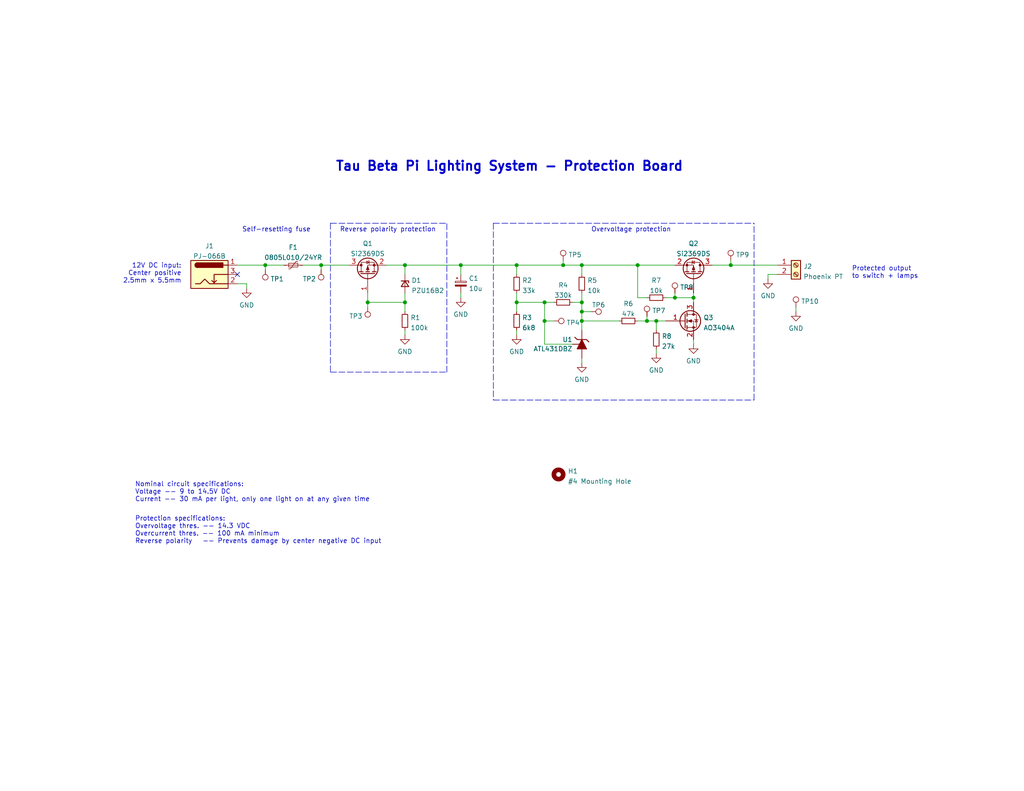
<source format=kicad_sch>
(kicad_sch (version 20211123) (generator eeschema)
  (paper "A")
  (title_block (title "Power Input Protection Circuit") (date "2022-01-04") (rev "A") (company "Tau Beta Pi - Minnesota Alpha") (comment 1 "Design by Erik Haag"))
  (lib_symbols
    (symbol "Connector:Barrel_Jack_Switch" (pin_names hide)
      (property "Reference" "J" (at 0 5.334 0))
      (property "Value" "Barrel_Jack_Switch" (at 0 -5.08 0))
      (symbol "Barrel_Jack_Switch_0_1"
        (rectangle (start -5.08 3.81) (end 5.08 -3.81) (stroke (width 0.254)) (fill (type background)))
        (arc (start -3.302 3.175) (mid -3.937 2.54) (end -3.302 1.905) (stroke (width 0.254)))
        (arc (start -3.302 3.175) (mid -3.937 2.54) (end -3.302 1.905) (stroke (width 0.254)) (fill (type outline)))
        (polyline (pts (xy 1.27 -2.286) (xy 1.905 -1.651)) (stroke (width 0.254)))
        (polyline (pts (xy 5.08 2.54) (xy 3.81 2.54)) (stroke (width 0.254)))
        (polyline (pts (xy 5.08 0) (xy 1.27 0) (xy 1.27 -2.286) (xy 0.635 -1.651)) (stroke (width 0.254)))
        (polyline (pts (xy -3.81 -2.54) (xy -2.54 -2.54) (xy -1.27 -1.27) (xy 0 -2.54) (xy 2.54 -2.54) (xy 5.08 -2.54)) (stroke (width 0.254)))
        (rectangle (start 3.683 3.175) (end -3.302 1.905) (stroke (width 0.254)) (fill (type outline)))
      )
      (symbol "Barrel_Jack_Switch_1_1"
        (pin passive line (at 7.62 2.54 180) (length 2.54) (name "~") (number "1"))
        (pin passive line (at 7.62 -2.54 180) (length 2.54) (name "~") (number "2"))
        (pin passive line (at 7.62 0 180) (length 2.54) (name "~") (number "3"))
      )
    )
    (symbol "Connector:Screw_Terminal_01x02" (pin_names (offset 1.016) hide)
      (property "Reference" "J" (at 0 2.54 0))
      (property "Value" "Screw_Terminal_01x02" (at 0 -5.08 0))
      (symbol "Screw_Terminal_01x02_1_1"
        (rectangle (start -1.27 1.27) (end 1.27 -3.81) (stroke (width 0.254)) (fill (type background)))
        (circle (center 0 -2.54) (radius 0.635) (stroke (width 0.1524)))
        (polyline (pts (xy -0.5334 -2.2098) (xy 0.3302 -3.048)) (stroke (width 0.1524)))
        (polyline (pts (xy -0.5334 0.3302) (xy 0.3302 -0.508)) (stroke (width 0.1524)))
        (polyline (pts (xy -0.3556 -2.032) (xy 0.508 -2.8702)) (stroke (width 0.1524)))
        (polyline (pts (xy -0.3556 0.508) (xy 0.508 -0.3302)) (stroke (width 0.1524)))
        (circle (center 0 0) (radius 0.635) (stroke (width 0.1524)))
        (pin passive line (at -5.08 0 0) (length 3.81) (name "Pin_1") (number "1"))
        (pin passive line (at -5.08 -2.54 0) (length 3.81) (name "Pin_2") (number "2"))
      )
    )
    (symbol "Device:D_Zener_Small" (pin_numbers hide) (pin_names (offset 0.254) hide)
      (property "Reference" "D" (at 0 2.286 0))
      (property "Value" "D_Zener_Small" (at 0 -2.286 0))
      (symbol "D_Zener_Small_0_1"
        (polyline (pts (xy 0.762 0) (xy -0.762 0)))
        (polyline (pts (xy -0.254 1.016) (xy -0.762 1.016) (xy -0.762 -1.016)) (stroke (width 0.254)))
        (polyline (pts (xy 0.762 1.016) (xy -0.762 0) (xy 0.762 -1.016) (xy 0.762 1.016)) (stroke (width 0.254)))
      )
      (symbol "D_Zener_Small_1_1"
        (pin passive line (at -2.54 0 0) (length 1.778) (name "K") (number "1"))
        (pin passive line (at 2.54 0 180) (length 1.778) (name "A") (number "2"))
      )
    )
    (symbol "Device:Polyfuse_Small" (pin_numbers hide) (pin_names (offset 0))
      (property "Reference" "F" (at -1.905 0 90))
      (property "Value" "Polyfuse_Small" (at 1.905 0 90))
      (symbol "Polyfuse_Small_0_1"
        (rectangle (start -0.508 1.27) (end 0.508 -1.27))
        (polyline (pts (xy 0 2.54) (xy 0 -2.54)))
        (polyline (pts (xy -1.016 1.27) (xy -1.016 0.762) (xy 1.016 -0.762) (xy 1.016 -1.27)))
      )
      (symbol "Polyfuse_Small_1_1"
        (pin passive line (at 0 2.54 270) (length 0.635) (name "~") (number "1"))
        (pin passive line (at 0 -2.54 90) (length 0.635) (name "~") (number "2"))
      )
    )
    (symbol "Device:R_Small" (pin_numbers hide) (pin_names (offset 0.254) hide)
      (property "Reference" "R" (at 0.762 0.508 0))
      (property "Value" "R_Small" (at 0.762 -1.016 0))
      (symbol "R_Small_0_1"
        (rectangle (start -0.762 1.778) (end 0.762 -1.778) (stroke (width 0.2032)))
      )
      (symbol "R_Small_1_1"
        (pin passive line (at 0 2.54 270) (length 0.762) (name "~") (number "1"))
        (pin passive line (at 0 -2.54 90) (length 0.762) (name "~") (number "2"))
      )
    )
    (symbol "Mechanical:MountingHole" (pin_names (offset 1.016))
      (property "Reference" "H" (at 0 5.08 0))
      (property "Value" "MountingHole" (at 0 3.175 0))
      (symbol "MountingHole_0_1"
        (circle (center 0 0) (radius 1.27) (stroke (width 1.27)))
      )
    )
    (symbol "power:GND" (power) (pin_names (offset 0))
      (property "Value" "GND" (at 0 -3.81 0))
      (symbol "GND_0_1"
        (polyline (pts (xy 0 0) (xy 0 -1.27) (xy 1.27 -1.27) (xy 0 -2.54) (xy -1.27 -1.27) (xy 0 -1.27)))
      )
      (symbol "GND_1_1"
        (pin power_in line (at 0 0 270) (length 0) hide (name "GND") (number "1"))
      )
    )
    (symbol "user_Connector_Special:TestPoint_Small" (pin_numbers hide) (pin_names (offset 0.762) hide)
      (property "Reference" "TP" (at 0 3.81 0))
      (symbol "TestPoint_Small_0_1"
        (circle (center 0 2.032) (radius 0.762))
      )
      (symbol "TestPoint_Small_1_1"
        (pin passive line (at 0 0 90) (length 1.27) (name "1") (number "1"))
      )
    )
    (symbol "user_LED:CP_Small" (pin_numbers hide) (pin_names (offset 0.254) hide)
      (property "Reference" "C" (at 0.254 1.778 0))
      (property "Value" "CP_Small" (at 0.254 -2.032 0))
      (symbol "CP_Small_0_1"
        (rectangle (start -1.524 -0.3048) (end 1.524 -0.6858) (fill (type outline)))
        (rectangle (start -1.524 0.6858) (end 1.524 0.3048))
        (polyline (pts (xy -1.27 1.524) (xy -0.762 1.524)))
        (polyline (pts (xy -1.016 1.27) (xy -1.016 1.778)))
      )
      (symbol "CP_Small_1_1"
        (pin passive line (at 0 2.54 270) (length 1.8542) (name "~") (number "1"))
        (pin passive line (at 0 -2.54 90) (length 1.8542) (name "~") (number "2"))
      )
    )
    (symbol "user_PMIC_Voltage_Reference:ATL431DBZ" (pin_numbers hide) (pin_names hide)
      (property "Reference" "U" (at -2.54 2.54 0))
      (property "Value" "ATL431DBZ" (at 0 -2.54 0))
      (symbol "ATL431DBZ_0_1"
        (polyline (pts (xy 1.905 1.905) (xy 1.27 1.27) (xy 1.27 -1.27) (xy 0.635 -1.905)) (stroke (width 0.254)))
      )
      (symbol "ATL431DBZ_1_1"
        (polyline (pts (xy -1.27 0) (xy 1.27 0)))
        (polyline (pts (xy -1.27 -1.27) (xy -1.27 1.27) (xy 1.27 0) (xy -1.27 -1.27)) (stroke (width 0.254)) (fill (type outline)))
        (pin passive line (at 3.81 0 180) (length 2.54) (name "K") (number "1"))
        (pin passive line (at 0 2.54 270) (length 2.54) (name "REF") (number "2"))
        (pin passive line (at -3.81 0 0) (length 2.54) (name "A") (number "3"))
      )
    )
    (symbol "user_Transistor_FET:AO3404A" (pin_names (offset 0) hide)
      (property "Reference" "Q" (at 2.54 8.89 0))
      (property "Value" "AO3404A" (at 0 11.43 0))
      (symbol "AO3404A_1_1"
        (circle (center -0.889 0) (radius 2.8194) (stroke (width 0.254)))
        (circle (center 0 -1.778) (radius 0.2794) (fill (type outline)))
        (polyline (pts (xy -1.778 -1.778) (xy 0 -1.778)))
        (polyline (pts (xy -1.778 -1.27) (xy -1.778 -2.286)) (stroke (width 0.254)))
        (polyline (pts (xy -1.778 0) (xy 0 0)))
        (polyline (pts (xy -1.778 0.508) (xy -1.778 -0.508)) (stroke (width 0.254)))
        (polyline (pts (xy -1.778 1.778) (xy 0 1.778)))
        (polyline (pts (xy -1.778 2.286) (xy -1.778 1.27)) (stroke (width 0.254)))
        (polyline (pts (xy 0 -1.778) (xy 0 -2.54)))
        (polyline (pts (xy 0 -1.778) (xy 0 0)))
        (polyline (pts (xy 0 2.54) (xy 0 1.778)))
        (polyline (pts (xy -2.286 1.905) (xy -2.286 -1.905) (xy -2.286 -1.905)) (stroke (width 0.254)))
        (polyline (pts (xy -1.524 0) (xy -0.508 0.381) (xy -0.508 -0.381) (xy -1.524 0)) (fill (type outline)))
        (polyline (pts (xy 0 -1.778) (xy 0.762 -1.778) (xy 0.762 1.778) (xy 0 1.778)))
        (polyline (pts (xy 0.254 0.508) (xy 0.381 0.381) (xy 1.143 0.381) (xy 1.27 0.254)))
        (polyline (pts (xy 0.762 0.381) (xy 0.381 -0.254) (xy 1.143 -0.254) (xy 0.762 0.381)))
        (circle (center 0 1.778) (radius 0.2794) (fill (type outline)))
        (pin input line (at -7.62 0 0) (length 5.334) (name "G") (number "1"))
        (pin passive line (at 0 -5.08 90) (length 2.54) (name "S") (number "2"))
        (pin passive line (at 0 5.08 270) (length 2.54) (name "D") (number "3"))
      )
    )
    (symbol "user_Transistor_FET:Si2369DS" (pin_names (offset 0) hide)
      (property "Reference" "Q" (at 5.08 1.905 0))
      (property "Value" "Si2369DS" (at 5.08 0 0))
      (symbol "Si2369DS_0_1"
        (polyline (pts (xy -2.54 0) (xy 0.254 0)))
        (polyline (pts (xy 0.762 -1.778) (xy 2.54 -1.778)))
        (polyline (pts (xy 0.762 -1.27) (xy 0.762 -2.286)) (stroke (width 0.254)))
        (polyline (pts (xy 0.762 0) (xy 2.54 0)))
        (polyline (pts (xy 0.762 0.508) (xy 0.762 -0.508)) (stroke (width 0.254)))
        (polyline (pts (xy 0.762 1.778) (xy 2.54 1.778)))
        (polyline (pts (xy 0.762 2.286) (xy 0.762 1.27)) (stroke (width 0.254)))
        (polyline (pts (xy 2.54 -1.778) (xy 2.54 -2.54)))
        (polyline (pts (xy 2.54 -1.778) (xy 2.54 0)))
        (polyline (pts (xy 2.54 2.54) (xy 2.54 1.778)))
        (polyline (pts (xy 0.254 1.905) (xy 0.254 -1.905) (xy 0.254 -1.905)) (stroke (width 0.254)))
        (polyline (pts (xy 2.286 0) (xy 1.27 -0.381) (xy 1.27 0.381) (xy 2.286 0)) (fill (type outline)))
        (polyline (pts (xy 2.54 -1.778) (xy 3.302 -1.778) (xy 3.302 1.778) (xy 2.54 1.778)))
        (polyline (pts (xy 2.794 -0.508) (xy 2.921 -0.381) (xy 3.683 -0.381) (xy 3.81 -0.254)))
        (polyline (pts (xy 3.302 -0.381) (xy 2.921 0.254) (xy 3.683 0.254) (xy 3.302 -0.381)))
        (circle (center 1.651 0) (radius 2.8194) (stroke (width 0.254)))
        (circle (center 2.54 -1.778) (radius 0.2794) (fill (type outline)))
        (circle (center 2.54 1.778) (radius 0.2794) (fill (type outline)))
      )
      (symbol "Si2369DS_1_1"
        (pin input line (at -5.08 0 0) (length 2.54) (name "G") (number "1"))
        (pin passive line (at 2.54 -5.08 90) (length 2.54) (name "S") (number "2"))
        (pin passive line (at 2.54 5.08 270) (length 2.54) (name "D") (number "3"))
      )
    )
  )
  (junction (at 148.59 82.55))
  (junction (at 153.67 72.39))
  (junction (at 158.75 87.63))
  (junction (at 184.15 81.28))
  (junction (at 140.97 72.39))
  (junction (at 176.53 87.63))
  (junction (at 100.33 82.55))
  (junction (at 179.07 87.63))
  (junction (at 199.39 72.39))
  (junction (at 148.59 87.63))
  (junction (at 110.49 72.39))
  (junction (at 110.49 82.55))
  (junction (at 72.39 72.39))
  (junction (at 140.97 82.55))
  (junction (at 173.99 72.39))
  (junction (at 158.75 82.55))
  (junction (at 158.75 72.39))
  (junction (at 189.23 81.28))
  (junction (at 87.63 72.39))
  (junction (at 158.75 85.09))
  (junction (at 125.73 72.39))
  (no_connect (at 64.77 74.93))
  (wire (pts (xy 153.67 72.39) (xy 158.75 72.39)))
  (wire (pts (xy 110.49 82.55) (xy 100.33 82.55)))
  (wire (pts (xy 64.77 72.39) (xy 72.39 72.39)))
  (wire (pts (xy 110.49 72.39) (xy 125.73 72.39)))
  (wire (pts (xy 125.73 72.39) (xy 140.97 72.39)))
  (wire (pts (xy 158.75 80.01) (xy 158.75 82.55)))
  (wire (pts (xy 158.75 82.55) (xy 158.75 85.09)))
  (wire (pts (xy 179.07 87.63) (xy 179.07 90.17)))
  (wire (pts (xy 199.39 71.12) (xy 199.39 72.39)))
  (wire (pts (xy 153.67 71.12) (xy 153.67 72.39)))
  (wire (pts (xy 87.63 72.39) (xy 87.63 73.66)))
  (wire (pts (xy 209.55 74.93) (xy 209.55 76.2)))
  (polyline (pts (xy 90.17 101.6) (xy 121.92 101.6)))
  (polyline (pts (xy 90.17 60.96) (xy 90.17 101.6)))
  (wire (pts (xy 199.39 72.39) (xy 212.09 72.39)))
  (wire (pts (xy 176.53 87.63) (xy 179.07 87.63)))
  (wire (pts (xy 82.55 72.39) (xy 87.63 72.39)))
  (wire (pts (xy 140.97 80.01) (xy 140.97 82.55)))
  (wire (pts (xy 189.23 80.01) (xy 189.23 81.28)))
  (wire (pts (xy 158.75 87.63) (xy 158.75 90.17)))
  (wire (pts (xy 140.97 72.39) (xy 140.97 74.93)))
  (wire (pts (xy 181.61 81.28) (xy 184.15 81.28)))
  (wire (pts (xy 158.75 97.79) (xy 158.75 99.06)))
  (wire (pts (xy 156.21 82.55) (xy 158.75 82.55)))
  (wire (pts (xy 158.75 72.39) (xy 158.75 74.93)))
  (wire (pts (xy 100.33 82.55) (xy 100.33 80.01)))
  (wire (pts (xy 158.75 85.09) (xy 158.75 87.63)))
  (wire (pts (xy 176.53 81.28) (xy 173.99 81.28)))
  (wire (pts (xy 179.07 87.63) (xy 181.61 87.63)))
  (wire (pts (xy 179.07 95.25) (xy 179.07 96.52)))
  (wire (pts (xy 125.73 80.01) (xy 125.73 81.28)))
  (polyline (pts (xy 90.17 60.96) (xy 121.92 60.96)))
  (polyline (pts (xy 134.62 60.96) (xy 205.74 60.96)))
  (wire (pts (xy 110.49 82.55) (xy 110.49 85.09)))
  (wire (pts (xy 158.75 72.39) (xy 173.99 72.39)))
  (wire (pts (xy 140.97 72.39) (xy 153.67 72.39)))
  (wire (pts (xy 140.97 82.55) (xy 148.59 82.55)))
  (wire (pts (xy 184.15 81.28) (xy 189.23 81.28)))
  (wire (pts (xy 125.73 72.39) (xy 125.73 74.93)))
  (wire (pts (xy 87.63 72.39) (xy 95.25 72.39)))
  (wire (pts (xy 64.77 77.47) (xy 67.31 77.47)))
  (wire (pts (xy 173.99 72.39) (xy 184.15 72.39)))
  (wire (pts (xy 148.59 82.55) (xy 151.13 82.55)))
  (wire (pts (xy 173.99 87.63) (xy 176.53 87.63)))
  (wire (pts (xy 110.49 90.17) (xy 110.49 91.44)))
  (wire (pts (xy 72.39 72.39) (xy 77.47 72.39)))
  (wire (pts (xy 194.31 72.39) (xy 199.39 72.39)))
  (wire (pts (xy 158.75 87.63) (xy 168.91 87.63)))
  (wire (pts (xy 105.41 72.39) (xy 110.49 72.39)))
  (wire (pts (xy 189.23 92.71) (xy 189.23 93.98)))
  (wire (pts (xy 212.09 74.93) (xy 209.55 74.93)))
  (polyline (pts (xy 121.92 101.6) (xy 121.92 60.96)))
  (wire (pts (xy 67.31 78.74) (xy 67.31 77.47)))
  (polyline (pts (xy 205.74 109.22) (xy 205.74 60.96)))
  (wire (pts (xy 176.53 86.36) (xy 176.53 87.63)))
  (wire (pts (xy 156.21 93.98) (xy 148.59 93.98)))
  (wire (pts (xy 148.59 87.63) (xy 151.13 87.63)))
  (wire (pts (xy 140.97 90.17) (xy 140.97 91.44)))
  (wire (pts (xy 148.59 82.55) (xy 148.59 87.63)))
  (wire (pts (xy 217.17 83.82) (xy 217.17 85.09)))
  (wire (pts (xy 184.15 80.01) (xy 184.15 81.28)))
  (wire (pts (xy 72.39 72.39) (xy 72.39 73.66)))
  (wire (pts (xy 110.49 80.01) (xy 110.49 82.55)))
  (wire (pts (xy 140.97 82.55) (xy 140.97 85.09)))
  (wire (pts (xy 173.99 81.28) (xy 173.99 72.39)))
  (polyline (pts (xy 134.62 109.22) (xy 205.74 109.22)))
  (wire (pts (xy 158.75 85.09) (xy 161.29 85.09)))
  (wire (pts (xy 110.49 72.39) (xy 110.49 74.93)))
  (wire (pts (xy 148.59 87.63) (xy 148.59 93.98)))
  (wire (pts (xy 189.23 81.28) (xy 189.23 82.55)))
  (wire (pts (xy 100.33 82.55) (xy 100.33 83.82)))
  (polyline (pts (xy 134.62 60.96) (xy 134.62 109.22)))
  (text "Overvoltage protection" (at 161.29 63.5 0) (effects (font (size 1.27 1.27)) (justify left bottom)))
  (text "12V DC input:\nCenter positive\n2.5mm x 5.5mm" (at 49.53 77.47 180) (effects (font (size 1.27 1.27)) (justify right bottom)))
  (text "Nominal circuit specifications:\nVoltage -- 9 to 14.5V DC\nCurrent -- 30 mA per light, only one light on at any given time" (at 36.83 137.16 0) (effects (font (size 1.27 1.27)) (justify left bottom)))
  (text "Protected output\nto switch + lamps" (at 232.41 76.2 0) (effects (font (size 1.27 1.27)) (justify left bottom)))
  (text "Reverse polarity protection" (at 92.71 63.5 0) (effects (font (size 1.27 1.27)) (justify left bottom)))
  (text "Protection specifications:\nOvervoltage thres. -- 14.3 VDC\nOvercurrent thres. -- 100 mA minimum\nReverse polarity   -- Prevents damage by center negative DC input" (at 36.83 148.59 0) (effects (font (size 1.27 1.27)) (justify left bottom)))
  (text "Tau Beta Pi Lighting System - Protection Board" (at 91.44 46.99 0) (effects (font (size 2.54 2.54) (thickness 0.508) bold) (justify left bottom)))
  (text "Self-resetting fuse" (at 66.04 63.5 0) (effects (font (size 1.27 1.27)) (justify left bottom)))
  (symbol (lib_id "Connector:Barrel_Jack_Switch") (at 57.15 74.93 0) (unit 1)
    (property "Reference" "J1" (at 57.15 67.1535 0))
    (property "Value" "PJ-066B" (at 57.15 69.9286 0))
    (property "Footprint" "user_Connector:BarrelJack_CUI_PJ-066A" (effects hide))
  )
  (symbol (lib_id "power:GND") (at 125.73 81.28 0) (unit 1)
    (property "Reference" "#PWR03" (effects hide))
    (property "Value" "GND" (at 125.73 85.8425 0))
  )
  (symbol (lib_id "Connector:Screw_Terminal_01x02") (at 217.17 72.39 0) (unit 1)
    (property "Reference" "J2" (at 219.202 72.7515 0) (effects (justify left)))
    (property "Value" "Phoenix PT" (at 219.202 75.5266 0) (effects (justify left)))
    (property "Footprint" "TerminalBlock_Phoenix:TerminalBlock_Phoenix_MKDS-1,5-2-5.08_1x02_P5.08mm_Horizontal" (effects hide))
  )
  (symbol (lib_id "Device:D_Zener_Small") (at 110.49 77.47 270) (unit 1)
    (property "Reference" "D1" (at 112.268 76.5615 90) (effects (justify left)))
    (property "Value" "‎PZU16B2" (at 112.268 79.3366 90) (effects (justify left)))
    (property "Footprint" "Diode_SMD:D_SOD-323F" (effects hide))
  )
  (symbol (lib_id "power:GND") (at 179.07 96.52 0) (unit 1)
    (property "Reference" "#PWR06" (effects hide))
    (property "Value" "GND" (at 179.07 101.0825 0))
  )
  (symbol (lib_id "Device:R_Small") (at 171.45 87.63 90) (mirror x) (unit 1)
    (property "Reference" "R6" (at 171.45 82.9269 90))
    (property "Value" "47k" (at 171.45 85.702 90))
    (property "Footprint" "Resistor_SMD:R_0603_1608Metric" (effects hide))
  )
  (symbol (lib_id "user_Connector_Special:TestPoint_Small") (at 161.29 85.09 270) (mirror x) (unit 1)
    (property "Reference" "TP6" (at 163.322 83.2635 90))
    (property "Value" "TestPoint_Small" (effects hide))
    (property "Footprint" "TestPoint:TestPoint_Pad_D1.5mm" (effects hide))
  )
  (symbol (lib_id "Device:R_Small") (at 179.07 92.71 0) (unit 1)
    (property "Reference" "R8" (at 180.5686 91.8015 0) (effects (justify left)))
    (property "Value" "27k" (at 180.5686 94.5766 0) (effects (justify left)))
    (property "Footprint" "Resistor_SMD:R_0603_1608Metric" (effects hide))
  )
  (symbol (lib_id "user_LED:CP_Small") (at 125.73 77.47 0) (unit 1)
    (property "Reference" "C1" (at 127.889 76.0154 0) (effects (justify left)))
    (property "Value" "10u" (at 127.889 78.7905 0) (effects (justify left)))
    (property "Footprint" "Capacitor_Tantalum_SMD:CP_EIA-3528-12_Kemet-T" (effects hide))
  )
  (symbol (lib_id "user_Connector_Special:TestPoint_Small") (at 72.39 73.66 180) (unit 1)
    (property "Reference" "TP1" (at 73.787 76.171 0) (effects (justify right)))
    (property "Value" "TestPoint_Small" (effects hide))
    (property "Footprint" "TestPoint:TestPoint_Pad_D1.5mm" (effects hide))
  )
  (symbol (lib_id "power:GND") (at 217.17 85.09 0) (unit 1)
    (property "Reference" "#PWR09" (effects hide))
    (property "Value" "GND" (at 217.17 89.6525 0))
  )
  (symbol (lib_id "user_Connector_Special:TestPoint_Small") (at 153.67 71.12 0) (mirror y) (unit 1)
    (property "Reference" "TP5" (at 155.067 69.567 0) (effects (justify right)))
    (property "Value" "TestPoint_Small" (effects hide))
    (property "Footprint" "TestPoint:TestPoint_Pad_D1.5mm" (effects hide))
  )
  (symbol (lib_id "user_Connector_Special:TestPoint_Small") (at 87.63 73.66 0) (mirror x) (unit 1)
    (property "Reference" "TP2" (at 86.233 76.171 0) (effects (justify right)))
    (property "Value" "TestPoint_Small" (effects hide))
    (property "Footprint" "TestPoint:TestPoint_Pad_D1.5mm" (effects hide))
  )
  (symbol (lib_id "power:GND") (at 67.31 78.74 0) (unit 1)
    (property "Reference" "#PWR01" (effects hide))
    (property "Value" "GND" (at 67.31 83.3025 0))
  )
  (symbol (lib_id "Device:R_Small") (at 140.97 87.63 0) (unit 1)
    (property "Reference" "R3" (at 142.4686 86.7215 0) (effects (justify left)))
    (property "Value" "6k8" (at 142.4686 89.4966 0) (effects (justify left)))
    (property "Footprint" "Resistor_SMD:R_0603_1608Metric" (effects hide))
  )
  (symbol (lib_id "Device:R_Small") (at 179.07 81.28 90) (unit 1)
    (property "Reference" "R7" (at 179.07 76.5769 90))
    (property "Value" "10k" (at 179.07 79.352 90))
    (property "Footprint" "Resistor_SMD:R_0603_1608Metric" (effects hide))
  )
  (symbol (lib_id "user_Connector_Special:TestPoint_Small") (at 151.13 87.63 270) (mirror x) (unit 1)
    (property "Reference" "TP4" (at 154.559 88.109 90) (effects (justify left)))
    (property "Value" "TestPoint_Small" (effects hide))
    (property "Footprint" "TestPoint:TestPoint_Pad_D1.5mm" (effects hide))
  )
  (symbol (lib_id "user_Connector_Special:TestPoint_Small") (at 217.17 83.82 0) (mirror y) (unit 1)
    (property "Reference" "TP10" (at 218.567 82.267 0) (effects (justify right)))
    (property "Value" "TestPoint_Small" (effects hide))
    (property "Footprint" "TestPoint:TestPoint_Pad_D1.5mm" (effects hide))
  )
  (symbol (lib_id "user_Transistor_FET:Si2369DS") (at 100.33 74.93 90) (unit 1)
    (property "Reference" "Q1" (at 100.33 66.4931 90))
    (property "Value" "Si2369DS" (at 100.33 69.2682 90))
    (property "Footprint" "Package_TO_SOT_SMD:SOT-23" (effects hide))
    (property "Datasheet" "http://www.vishay.com/docs/62865/si2369d.pdf" (effects hide))
  )
  (symbol (lib_id "power:GND") (at 140.97 91.44 0) (unit 1)
    (property "Reference" "#PWR04" (effects hide))
    (property "Value" "GND" (at 140.97 96.0025 0))
  )
  (symbol (lib_id "power:GND") (at 189.23 93.98 0) (unit 1)
    (property "Reference" "#PWR07" (effects hide))
    (property "Value" "GND" (at 189.23 98.5425 0))
  )
  (symbol (lib_id "Device:Polyfuse_Small") (at 80.01 72.39 90) (unit 1)
    (property "Reference" "F1" (at 80.01 67.5345 90))
    (property "Value" " ‎0805L010/24YR‎" (at 80.01 70.3096 90))
    (property "Footprint" "Fuse:Fuse_0805_2012Metric" (effects hide))
  )
  (symbol (lib_id "Device:R_Small") (at 110.49 87.63 0) (unit 1)
    (property "Reference" "R1" (at 111.9886 86.7215 0) (effects (justify left)))
    (property "Value" "100k" (at 111.9886 89.4966 0) (effects (justify left)))
    (property "Footprint" "Resistor_SMD:R_0603_1608Metric" (effects hide))
  )
  (symbol (lib_id "user_Connector_Special:TestPoint_Small") (at 184.15 80.01 0) (mirror y) (unit 1)
    (property "Reference" "TP8" (at 185.547 78.457 0) (effects (justify right)))
    (property "Value" "TestPoint_Small" (effects hide))
    (property "Footprint" "TestPoint:TestPoint_Pad_D1.5mm" (effects hide))
  )
  (symbol (lib_id "Mechanical:MountingHole") (at 152.4 129.54 0) (unit 1)
    (property "Reference" "H1" (at 154.94 128.6315 0) (effects (justify left)))
    (property "Value" "#4 Mounting Hole" (at 154.94 131.4066 0) (effects (justify left)))
    (property "Footprint" "MountingHole:MountingHole_3.5mm" (effects hide))
  )
  (symbol (lib_id "power:GND") (at 110.49 91.44 0) (unit 1)
    (property "Reference" "#PWR02" (effects hide))
    (property "Value" "GND" (at 110.49 96.0025 0))
  )
  (symbol (lib_id "user_Transistor_FET:Si2369DS") (at 189.23 74.93 270) (mirror x) (unit 1)
    (property "Reference" "Q2" (at 189.23 66.4931 90))
    (property "Value" "Si2369DS" (at 189.23 69.2682 90))
    (property "Footprint" "Package_TO_SOT_SMD:SOT-23" (effects hide))
    (property "Datasheet" "http://www.vishay.com/docs/62865/si2369d.pdf" (effects hide))
  )
  (symbol (lib_id "Device:R_Small") (at 153.67 82.55 90) (unit 1)
    (property "Reference" "R4" (at 153.67 77.8469 90))
    (property "Value" "330k" (at 153.67 80.622 90))
    (property "Footprint" "Resistor_SMD:R_0603_1608Metric" (effects hide))
  )
  (symbol (lib_id "Device:R_Small") (at 158.75 77.47 0) (unit 1)
    (property "Reference" "R5" (at 160.2486 76.5615 0) (effects (justify left)))
    (property "Value" "10k" (at 160.2486 79.3366 0) (effects (justify left)))
    (property "Footprint" "Resistor_SMD:R_0603_1608Metric" (effects hide))
  )
  (symbol (lib_id "user_Connector_Special:TestPoint_Small") (at 100.33 83.82 0) (mirror x) (unit 1)
    (property "Reference" "TP3" (at 98.933 86.331 0) (effects (justify right)))
    (property "Value" "TestPoint_Small" (effects hide))
    (property "Footprint" "TestPoint:TestPoint_Pad_D1.5mm" (effects hide))
  )
  (symbol (lib_id "power:GND") (at 209.55 76.2 0) (unit 1)
    (property "Reference" "#PWR08" (effects hide))
    (property "Value" "GND" (at 209.55 80.7625 0))
  )
  (symbol (lib_id "power:GND") (at 158.75 99.06 0) (unit 1)
    (property "Reference" "#PWR05" (effects hide))
    (property "Value" "GND" (at 158.75 103.6225 0))
  )
  (symbol (lib_id "user_Connector_Special:TestPoint_Small") (at 199.39 71.12 0) (mirror y) (unit 1)
    (property "Reference" "TP9" (at 200.787 69.567 0) (effects (justify right)))
    (property "Value" "TestPoint_Small" (effects hide))
    (property "Footprint" "TestPoint:TestPoint_Pad_D1.5mm" (effects hide))
  )
  (symbol (lib_id "Device:R_Small") (at 140.97 77.47 0) (unit 1)
    (property "Reference" "R2" (at 142.4686 76.5615 0) (effects (justify left)))
    (property "Value" "33k" (at 142.4686 79.3366 0) (effects (justify left)))
    (property "Footprint" "Resistor_SMD:R_0603_1608Metric" (effects hide))
  )
  (symbol (lib_id "user_Connector_Special:TestPoint_Small") (at 176.53 86.36 0) (unit 1)
    (property "Reference" "TP7" (at 177.927 84.807 0) (effects (justify left)))
    (property "Value" "TestPoint_Small" (effects hide))
    (property "Footprint" "TestPoint:TestPoint_Pad_D1.5mm" (effects hide))
  )
  (symbol (lib_id "user_Transistor_FET:AO3404A") (at 189.23 87.63 0) (unit 1)
    (property "Reference" "Q3" (at 191.9224 86.7215 0) (effects (justify left)))
    (property "Value" "AO3404A" (at 191.9224 89.4966 0) (effects (justify left)))
    (property "Footprint" "Package_TO_SOT_SMD:SOT-23" (effects hide))
  )
  (symbol (lib_id "user_PMIC_Voltage_Reference:ATL431DBZ") (at 158.75 93.98 90) (unit 1)
    (property "Reference" "U1" (at 156.21 92.71 90) (effects (justify left)))
    (property "Value" "ATL431DBZ" (at 156.21 95.25 90) (effects (justify left)))
    (property "Footprint" "Package_TO_SOT_SMD:SOT-23" (effects hide))
    (property "Datasheet" "http://www.ti.com/lit/ds/symlink/atl431.pdf" (effects hide))
  )
)
</source>
